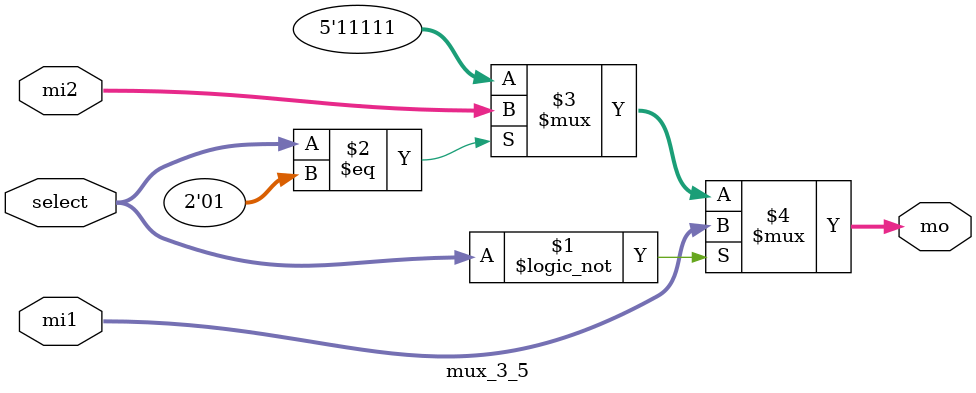
<source format=v>
`timescale 1ns / 1ps
module mux_2_32(
	input select,
	input [31:0] mi1,
	input [31:0] mi2,
	output [31:0] mo
    );
	
	assign mo = (select == 1'b0) ? mi1 : mi2;
	
endmodule

module mux_4_32(
	input [1:0] select,
	input [31:0] mi1, 
	input [31:0] mi2, 
	input [31:0] mi3, 
	input [31:0] mi4,
	output [31:0] mo
    );
	
	assign mo = (select == 2'b00) ? mi1 : 
					(select == 2'b01) ? mi2 : 
					(select == 2'b10) ? mi3 : 
					mi4;
	
endmodule

module mux_3_5(
	input [1:0] select,
	input [4:0] mi1, 
	input [4:0] mi2,
	output [4:0] mo
    );
	
	assign mo = (select == 2'b00) ? mi1 : 
					(select == 2'b01) ? mi2 : 
					5'b11111;
	
endmodule


</source>
